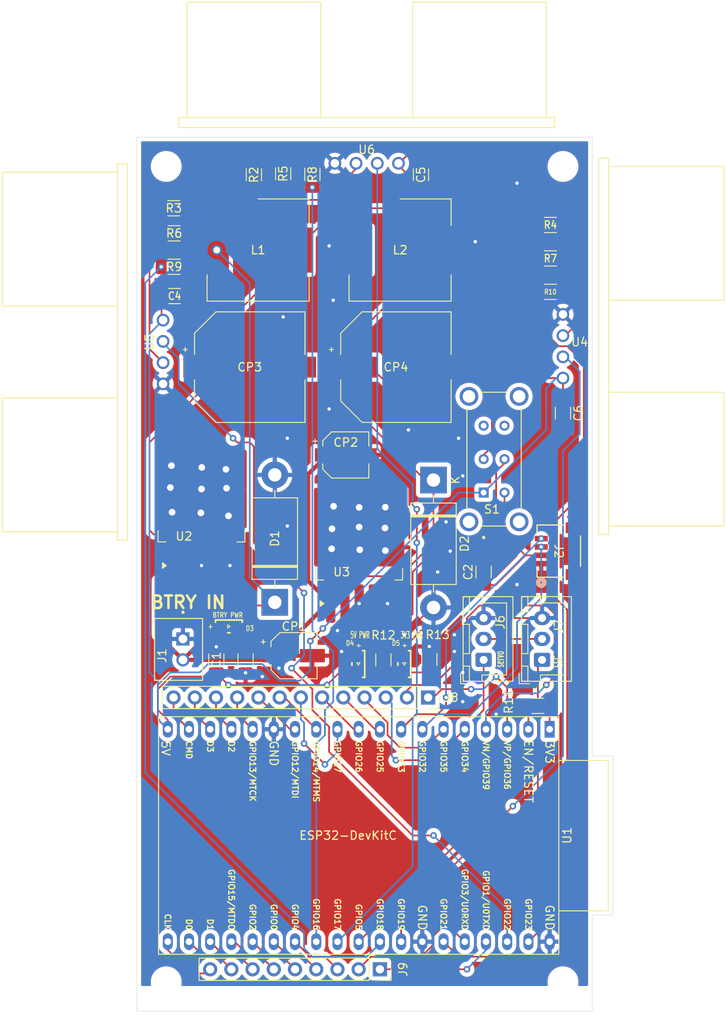
<source format=kicad_pcb>
(kicad_pcb (version 20240108) (generator "pcbnew") (generator_version "8.0")
  (layers (0 "F.Cu" signal) (31 "B.Cu" signal) (34 "B.Paste" user) (35 "F.Paste" user) (36 "B.SilkS" user "B.Silkscreen") (37 "F.SilkS" user "F.Silkscreen") (38 "B.Mask" user) (39 "F.Mask" user) (44 "Edge.Cuts" user))
  (net 0 "")
  (net 1 "GND")
  (net 2 "5V")
  (net 3 "3V3")
  (net 4 "BTRY")
  (net 5 "5V0")
  (net 6 "3V30")
  (net 7 "Net-(D1-K)")
  (net 8 "Net-(D2-K)")
  (net 9 "Net-(D3-Pad1)")
  (net 10 "Net-(D4-Pad1)")
  (net 11 "Net-(D5-Pad1)")
  (net 12 "SDA")
  (net 13 "SCL")
  (net 14 "Net-(U6-ECHO)")
  (net 15 "TF")
  (net 16 "Net-(U5-ECHO)")
  (net 17 "TL")
  (net 18 "Net-(U4-ECHO)")
  (net 19 "TR")
  (net 20 "Net-(J6-Pin_1)")
  (net 21 "Net-(J6-Pin_2)")
  (net 22 "Net-(J7-Pin_1)")
  (net 23 "Net-(J8-Pin_7)")
  (net 24 "Net-(J8-Pin_3)")
  (net 25 "Net-(J8-Pin_1)")
  (net 26 "Net-(J8-Pin_2)")
  (net 27 "Net-(J8-Pin_6)")
  (net 28 "Net-(J8-Pin_5)")
  (net 29 "Net-(J8-Pin_4)")
  (net 30 "Net-(J8-Pin_8)")
  (net 31 "Net-(J9-Pin_7)")
  (net 32 "Net-(J9-Pin_2)")
  (net 33 "Net-(J9-Pin_9)")
  (net 34 "Net-(J9-Pin_1)")
  (net 35 "Net-(J9-Pin_6)")
  (net 36 "Net-(J9-Pin_3)")
  (net 37 "Net-(J9-Pin_8)")
  (net 38 "Net-(J9-Pin_4)")
  (net 39 "Net-(J9-Pin_5)")
  (net 40 "EF")
  (net 41 "EL")
  (net 42 "ER")
  (net 43 "Net-(U1-CHIP_PU)")
  (net 44 "Net-(U1-3V3)")
  (net 47 "Net-(J8-Pin_13)")
  (net 48 "Net-(J8-Pin_11)")
  (net 49 "Net-(J8-Pin_10)")
  (net 50 "Net-(J8-Pin_12)")
  (net 51 "Net-(J8-Pin_9)")
  (footprint "Resistor_SMD:R_1206_3216Metric_Pad1.30x1.75mm_HandSolder" (layer "F.Cu") (at 148 65.5)
    (property "Reference" "R7")
    (property "Value" "1k")
  )
  (footprint "WurthE:CP_Wurth_WCAP-ASLI-D12.5L14" (layer "F.Cu") (at 129.5 78.5)
    (property "Reference" "CP4")
    (property "Value" "1mF")
  )
  (footprint "Package_TO_SOT_SMD:TO-263-5_TabPin3" (layer "F.Cu") (at 106.225 94.575 90)
    (property "Reference" "U2")
    (property "Value" "LM2576HVS-5")
  )
  (footprint "Resistor_SMD:R_1206_3216Metric_Pad1.30x1.75mm_HandSolder" (layer "F.Cu") (at 148 69.5)
    (property "Reference" "R10")
    (property "Value" "10k")
  )
  (footprint "WurthE:CP_Wurth_WCAP-ASLI-D12.5L14" (layer "F.Cu") (at 112 78.5)
    (property "Reference" "CP3")
    (property "Value" "1mF")
  )
  (footprint "switch_eg2201_dpdt:SW_EG2201B" (layer "F.Cu") (at 141.25 89.5 90)
    (property "Reference" "S1")
    (property "Value" "EG2201B")
  )
  (footprint "WE-PD:L_Wurth_WE-PD-1245" (layer "F.Cu") (at 130 64.5)
    (property "Reference" "L2")
    (property "Value" "100uH")
  )
  (footprint "Capacitor_SMD:C_1206_3216Metric_Pad1.33x1.80mm_HandSolder" (layer "F.Cu") (at 103 70)
    (property "Reference" "C4")
    (property "Value" "0.1uF")
  )
  (footprint "jst_xh:JST_B2B-XH-A" (layer "F.Cu") (at 103.475 112.25 90)
    (property "Reference" "J1")
    (property "Value" "BTRY IN")
  )
  (footprint "wurth_led:WL-SMSW_3014_LED" (layer "F.Cu") (at 125 114 90)
    (property "Reference" "D4")
    (property "Value" "5V PWR")
  )
  (footprint "MountingHole:MountingHole_3.2mm_M3" (layer "F.Cu") (at 149.5 152)
    (property "Reference" "REF**" (hide yes))
    (property "Value" "MountingHole_3.2mm_M3")
  )
  (footprint "sonar:XCVR_HC-SR04" (layer "F.Cu") (at 126 54.125 180)
    (property "Reference" "U6")
    (property "Value" "HC-SR04 FRONT")
  )
  (footprint "PCM_Espressif:ESP32-DevKitC" (layer "F.Cu") (at 147.90344 121.8 -90)
    (property "Reference" "U1")
    (property "Value" "ESP32-DevKitC")
  )
  (footprint "Diode_THT:D_DO-201AD_P15.24mm_Horizontal" (layer "F.Cu") (at 134 92 -90)
    (property "Reference" "D2")
    (property "Value" "1N5822")
  )
  (footprint "Capacitor_SMD:C_1206_3216Metric_Pad1.33x1.80mm_HandSolder" (layer "F.Cu") (at 149.5 84 -90)
    (property "Reference" "C6")
    (property "Value" "0.1uF")
  )
  (footprint "Connector_JST:JST_XH_B3B-XH-A_1x03_P2.50mm_Vertical" (layer "F.Cu") (at 147 113.5 90)
    (property "Reference" "J7")
    (property "Value" "ESC")
  )
  (footprint "sonar:XCVR_HC-SR04" (layer "F.Cu") (at 101.625 76.69 -90)
    (property "Reference" "U5")
    (property "Value" "HC-SR04 LEFT")
  )
  (footprint "WurthE:CP_Wurth_WCAP-PSLP-D5L5.5" (layer "F.Cu") (at 123.5 89)
    (property "Reference" "CP2")
    (property "Value" "100uF")
  )
  (footprint "Resistor_SMD:R_1206_3216Metric_Pad1.30x1.75mm_HandSolder" (layer "F.Cu") (at 146.5 119 180)
    (property "Reference" "R11")
    (property "Value" "10k")
  )
  (footprint "Connector_PinSocket_2.54mm:PinSocket_1x09_P2.54mm_Vertical" (layer "F.Cu") (at 127.58 150.5 -90)
    (property "Reference" "J9")
    (property "Value" "Breakout2")
  )
  (footprint "Resistor_SMD:R_1206_3216Metric_Pad1.30x1.75mm_HandSolder" (layer "F.Cu") (at 119.5 55.45 90)
    (property "Reference" "R8")
    (property "Value" "10k")
  )
  (footprint "Capacitor_SMD:C_1206_3216Metric_Pad1.33x1.80mm_HandSolder" (layer "F.Cu") (at 108 113.5 90)
    (property "Reference" "C1")
    (property "Value" "0.1uF")
  )
  (footprint "Resistor_SMD:R_1206_3216Metric_Pad1.30x1.75mm_HandSolder" (layer "F.Cu") (at 111.5 113.5 -90)
    (property "Reference" "R1" (hide yes))
    (property "Value" "300")
  )
  (footprint "Package_TO_SOT_SMD:TO-263-5_TabPin3" (layer "F.Cu") (at 125.1 99.125 90)
    (property "Reference" "U3")
    (property "Value" "LM2576HVS-3.3")
  )
  (footprint "MountingHole:MountingHole_3.2mm_M3" (layer "F.Cu") (at 102 152)
    (property "Reference" "REF**" (hide yes))
    (property "Value" "MountingHole_3.2mm_M3")
  )
  (footprint "Connector_PinSocket_2.54mm:PinSocket_1x13_P2.54mm_Vertical" (layer "F.Cu") (at 133.36 118 -90)
    (property "Reference" "J8")
    (property "Value" "Breakout1")
  )
  (footprint "Resistor_SMD:R_1206_3216Metric_Pad1.30x1.75mm_HandSolder" (layer "F.Cu") (at 116 55.37 90)
    (property "Reference" "R5")
    (property "Value" "1k")
  )
  (footprint "Resistor_SMD:R_1206_3216Metric_Pad1.30x1.75mm_HandSolder" (layer "F.Cu") (at 112.5 55.5 90)
    (property "Reference" "R2")
    (property "Value" "2k")
  )
  (footprint "Resistor_SMD:R_1206_3216Metric_Pad1.30x1.75mm_HandSolder" (layer "F.Cu") (at 128 113.5 90)
    (property "Reference" "R12")
    (property "Value" "150")
  )
  (footprint "Capacitor_SMD:C_1206_3216Metric_Pad1.33x1.80mm_HandSolder" (layer "F.Cu") (at 140 103 90)
    (property "Reference" "C2")
    (property "Value" "0.1uF")
  )
  (footprint "MountingHole:MountingHole_3.2mm_M3" (layer "F.Cu") (at 149.5 54.5)
    (property "Reference" "REF**" (hide yes))
    (property "Value" "MountingHole_3.2mm_M3")
  )
  (footprint "Capacitor_SMD:C_1206_3216Metric_Pad1.33x1.80mm_HandSolder" (layer "F.Cu") (at 132.5 55.5 90)
    (property "Reference" "C5")
    (property "Value" "0.1uF")
  )
  (footprint "wurth_led:WL-SMSW_3014_LED" (layer "F.Cu") (at 130.5 114 90)
    (property "Reference" "D5")
    (property "Value" "3V3 PWR")
  )
  (footprint "quiic_jst:CONN_SM04B-SRSS-TB_JST" (layer "F.Cu") (at 149 100.5 -90)
    (property "Reference" "J2")
    (property "Value" "QUIIC")
  )
  (footprint "Resistor_SMD:R_1206_3216Metric_Pad1.30x1.75mm_HandSolder" (layer "F.Cu") (at 133.5 113.45 90)
    (property "Reference" "R13")
    (property "Value" "68")
  )
  (footprint "Resistor_SMD:R_1206_3216Metric_Pad1.30x1.75mm_HandSolder" (layer "F.Cu") (at 102.95 62.5)
    (property "Reference" "R6")
    (property "Value" "1k")
  )
  (footprint "WE-PD:L_Wurth_WE-PD-1245" (layer "F.Cu") (at 113 64.5)
    (property "Reference" "L1")
    (property "Value" "100uH")
  )
  (footprint "Resistor_SMD:R_1206_3216Metric_Pad1.30x1.75mm_HandSolder" (layer "F.Cu") (at 102.9 59.5)
    (property "Reference" "R3")
    (property "Value" "2k")
  )
  (footprint "Resistor_SMD:R_1206_3216Metric_Pad1.30x1.75mm_HandSolder" (layer "F.Cu") (at 148 61.5)
    (property "Reference" "R4")
    (property "Value" "2k")
  )
  (footprint "wurth_led:WL-SMSW_3014_LED" (layer "F.Cu") (at 109.5 109.5 180)
    (property "Reference" "D3")
    (property "Value" "BTRY PWR")
  )
  (footprint "MountingHole:MountingHole_3.2mm_M3" (layer "F.Cu") (at 102 54.5)
    (property "Reference" "REF**" (hide yes))
    (property "Value" "MountingHole_3.2mm_M3")
  )
  (footprint "Connector_JST:JST_XH_B3B-XH-A_1x03_P2.50mm_Vertical" (layer "F.Cu") (at 140 113.5 90)
    (property "Reference" "J6")
    (property "Value" "Servo")
  )
  (footprint "Resistor_SMD:R_1206_3216Metric_Pad1.30x1.75mm_HandSolder" (layer "F.Cu") (at 102.95 66.5)
    (property "Reference" "R9")
    (property "Value" "10k")
  )
  (footprint "Diode_THT:D_DO-201AD_P15.24mm_Horizontal" (layer "F.Cu") (at 115 106.62 90)
    (property "Reference" "D1")
    (property "Value" "1N5822")
  )
  (footprint "sonar:XCVR_HC-SR04" (layer "F.Cu") (at 149.5 76 90)
    (property "Reference" "U4")
    (property "Value" "HC-SR04 RIGHT")
  )
  (footprint "WurthE:CP_Wurth_WCAP-PSLP-D5L5.5" (layer "F.Cu") (at 117.3 113)
    (property "Reference" "CP1")
    (property "Value" "100uF")
  )
  (gr_line (start 98.5 51) (end 98.5 153.5) (stroke (width 0.05)) (layer "Edge.Cuts"))
  (gr_line (start 153 125) (end 153 51) (stroke (width 0.05)) (layer "Edge.Cuts"))
  (gr_line (start 98.5 153.5) (end 98.5 155.5) (stroke (width 0.05)) (layer "Edge.Cuts"))
  (gr_line (start 155.5 125) (end 155.5 144) (stroke (width 0.05)) (layer "Edge.Cuts"))
  (gr_line (start 153 144) (end 153 153.5) (stroke (width 0.05)) (layer "Edge.Cuts"))
  (gr_line (start 153 125) (end 155.5 125) (stroke (width 0.05)) (layer "Edge.Cuts"))
  (gr_line (start 153 153.5) (end 153 155.5) (stroke (width 0.05)) (layer "Edge.Cuts"))
  (gr_line (start 155.5 144) (end 153 144) (stroke (width 0.05)) (layer "Edge.Cuts"))
  (gr_line (start 153 155.5) (end 98.5 155.5) (stroke (width 0.05)) (layer "Edge.Cuts"))
  (gr_line (start 153 51) (end 98.5 51) (stroke (width 0.05)) (layer "Edge.Cuts"))
  (gr_text "ESC" (at 149.5 114.5 90) (layer "F.SilkS") (effects (font (size 1 0.5) (thickness 0.125) (bold yes)) (justify left bottom)))
  (gr_text "5V PWR" (at 124 111 0) (layer "F.SilkS") (effects (font (size 0.8 0.4) (thickness 0.1) (bold yes)) (justify left bottom)))
  (gr_text "servo" (at 142.5 114.5 90) (layer "F.SilkS") (effects (font (size 1 0.5) (thickness 0.125) (bold yes)) (justify left bottom)))
  (gr_text "BTRY PWR" (at 107.5 108.5 0) (layer "F.SilkS") (effects (font (size 0.6 0.48) (thickness 0.1)) (justify left bottom)))
  (gr_text "BTRY IN" (at 100 107.5 0) (layer "F.SilkS") (effects (font (size 1.5 1.5) (thickness 0.3) (bold yes)) (justify left bottom)))
  (gr_text "3V3 PWR" (at 130 111 0) (layer "F.SilkS") (effects (font (size 0.8 0.4) (thickness 0.1) (bold yes)) (justify left bottom)))
  (segment (start 134 107.24) (end 133.76 107.24) (width 0.2) (layer "F.Cu") (net 1))
  (segment (start 133.76 107.24) (end 130.5 110.5) (width 0.2) (layer "F.Cu") (net 1))
  (segment (start 140 108.5) (end 147 108.5) (width 0.2) (layer "F.Cu") (net 1))
  (via (at 116 72.5) (size 0.8) (drill 0.4) (layers "F.Cu" "B.Cu") (net 1))
  (via (at 128.193638 97.737458) (size 1.2) (drill 0.8) (layers "F.Cu" "B.Cu") (net 1))
  (via (at 106.25889 90.489621) (size 1.2) (drill 0.8) (layers "F.Cu" "B.Cu") (net 1))
  (via (at 128.231885 100.433883) (size 1.2) (drill 0.8) (layers "F.Cu" "B.Cu") (net 1))
  (via (at 106.144149 95.920718) (size 1.2) (drill 0.8) (layers "F.Cu" "B.Cu") (net 1))
  (via (at 137.5 115) (size 0.8) (drill 0.4) (layers "F.Cu" "B.Cu") (net 1))
  (via (at 108 111.9375) (size 0.8) (drill 0.4) (layers "F.Cu" "B.Cu") (net 1))
  (via (at 121.806361 100.223524) (size 1.2) (drill 0.8) (layers "F.Cu" "B.Cu") (net 1))
  (via (at 131 86) (size 0.8) (drill 0.4) (layers "F.Cu" "B.Cu") (net 1))
  (via (at 128.231885 95.251393) (size 1.2) (drill 0.8) (layers "F.Cu" "B.Cu") (net 1))
  (via (at 137.5 118.5) (size 0.8) (drill 0.4) (layers "F.Cu" "B.Cu") (net 1))
  (via (at 122.035844 95.136651) (size 1.2) (drill 0.8) (layers "F.Cu" "B.Cu") (net 1))
  (via (at 123 112.5) (size 0.8) (drill 0.4) (layers "F.Cu" "B.Cu") (net 1))
  (via (at 106.225 93.075) (size 1.2) (drill 0.8) (layers "F.Cu" "B.Cu") (net 1))
  (via (at 141.5 120) (size 0.8) (drill 0.4) (layers "F.Cu" "B.Cu") (net 1))
  (via (at 137 87) (size 0.8) (drill 0.4) (layers "F.Cu" "B.Cu") (net 1))
  (via (at 116.5 87) (size 0.8) (drill 0.4) (layers "F.Cu" "B.Cu") (net 1))
  (via (at 144 56.5) (size 0.8) (drill 0.4) (layers "F.Cu" "B.Cu") (net 1))
  (via (at 115.5 114.5) (size 0.8) (drill 0.4) (layers "F.Cu" "B.Cu") (net 1))
  (via (at 106.225 102.225) (size 0.8) (drill 0.4) (layers "F.Cu" "B.Cu") (net 1))
  (via (at 125.1 97.625) (size 1.2) (drill 0.8) (layers "F.Cu" "B.Cu") (net 1))
  (via (at 121.5 64) (size 0.8) (drill 0.4) (layers "F.Cu" "B.Cu") (net 1))
  (via (at 122 70.5) (size 0.8) (drill 0.4) (layers "F.Cu" "B.Cu") (net 1))
  (via (at 102.491545 92.899192) (size 1.2) (drill 0.8) (layers "F.Cu" "B.Cu") (net 1))
  (via (at 135.5 97) (size 0.8) (drill 0.4) (layers "F.Cu" "B.Cu") (net 1))
  (via (at 116.5 97.5) (size 0.8) (drill 0.4) (layers "F.Cu" "B.Cu") (net 1))
  (via (at 122.5 110) (size 0.8) (drill 0.4) (layers "F.Cu" "B.Cu") (net 1))
  (via (at 109.625 102.225) (size 0.8) (drill 0.4) (layers "F.Cu" "B.Cu") (net 1))
  (via (at 136.5 112.5) (size 0.8) (drill 0.4) (layers "F.Cu" "B.Cu") (net 1))
  (via (at 125.1 106.775) (size 0.8) (drill 0.4) (layers "F.Cu" "B.Cu") (net 1))
  (via (at 134.5 103) (size 0.8) (drill 0.4) (layers "F.Cu" "B.Cu") (net 1))
  (via (at 133.5 111.9) (size 0.8) (drill 0.4) (layers "F.Cu" "B.Cu") (net 1))
  (via (at 121.5 83.5) (size 0.8) (drill 0.4) (layers "F.Cu" "B.Cu") (net 1))
  (via (at 113.5 115.5) (size 0.8) (drill 0.4) (layers "F.Cu" "B.Cu") (net 1))
  (via (at 137.5 91.5) (size 0.8) (drill 0.4) (layers "F.Cu" "B.Cu") (net 1))
  (via (at 130.5 110.5) (size 0.8) (drill 0.4) (layers "F.Cu" "B.Cu") (net 1))
  (via (at 136 100.5) (size 0.8) (drill 0.4) (layers "F.Cu" "B.Cu") (net 1))
  (via (at 102.701904 95.844224) (size 1.2) (drill 0.8) (layers "F.Cu" "B.Cu") (net 1))
  (via (at 139 63.5) (size 0.8) (drill 0.4) (layers "F.Cu" "B.Cu") (net 1))
  (via (at 102.62541 90.279262) (size 1.2) (drill 0.8) (layers "F.Cu" "B.Cu") (net 1))
  (via (at 109.452528 96.284066) (size 1.2) (drill 0.8) (layers "F.Cu" "B.Cu") (net 1))
  (via (at 109.146551 90.719104) (size 1.2) (drill 0.8) (layers "F.Cu" "B.Cu") (net 1))
  (via (at 144 104.5) (size 0.8) (drill 0.4) (layers "F.Cu" "B.Cu") (net 1))
  (via (at 128.5 106.775) (size 0.8) (drill 0.4) (layers "F.Cu" "B.Cu") (net 1))
  (via (at 125.172112 100.338266) (size 1.2) (drill 0.8) (layers "F.Cu" "B.Cu") (net 1))
  (via (at 109.223045 92.975687) (size 1.2) (drill 0.8) (layers "F.Cu" "B.Cu") (net 1))
  (via (at 125.095617 95.270517) (size 1.2) (drill 0.8) (layers "F.Cu" "B.Cu") (net 1))
  (via (at 136.5 110.5) (size 0.8) (drill 0.4) (layers "F.Cu" "B.Cu") (net 1))
  (via (at 121.844609 97.833076) (size 1.2) (drill 0.8) (layers "F.Cu" "B.Cu") (net 1))
  (via (at 111.5 115.05) (size 0.8) (drill 0.4) (layers "F.Cu" "B.Cu") (net 1))
  (segment (start 106.225 102.225) (end 106.225 110.1625) (width 0.2) (layer "B.Cu") (net 1))
  (segment (start 106.225 110.1625) (end 108 111.9375) (width 0.2) (layer "B.Cu") (net 1))
  (segment (start 139 63.5) (end 139 61.5) (width 0.2) (layer "B.Cu") (net 1))
  (segment (start 131 86) (end 136 86) (width 0.2) (layer "B.Cu") (net 1))
  (segment (start 139 61.5) (end 144 56.5) (width 0.2) (layer "B.Cu") (net 1))
  (segment (start 136 86) (end 137 87) (width 0.2) (layer "B.Cu") (net 1))
  (segment (start 145 63.5) (end 145 77) (width 0.2) (layer "F.Cu") (net 2))
  (segment (start 129.875 54.125) (end 131.5 52.5) (width 0.2) (layer "F.Cu") (net 2))
  (segment (start 101.4375 70) (end 101.4375 72.6925) (width 0.2) (layer "F.Cu") (net 2))
  (segment (start 129.81 54.125) (end 129.81 54.3725) (width 0.2) (layer "F.Cu") (net 2))
  (segment (start 147.81 79.81) (end 149.5 79.81) (width 0.2) (layer "F.Cu") (net 2))
  (segment (start 119.25 111.25) (end 120.75 109.75) (width 0.2) (layer "F.Cu") (net 2))
  (segment (start 101 117) (end 102.5 115.5) (width 0.2) (layer "F.Cu") (net 2))
  (segment (start 101 119.5) (end 101 117) (width 0.2) (layer "F.Cu") (net 2))
  (segment (start 102.18344 121.8) (end 102.18344 120.68344) (width 0.2) (layer "F.Cu") (net 2))
  (segment (start 101.4375 72.6925) (end 101.625 72.88) (width 0.2) (layer "F.Cu") (net 2))
  (segment (start 102.5 115.5) (end 107.5625 115.5) (width 0.2) (layer "F.Cu") (net 2))
  (segment (start 108 115.0625) (end 109.4375 116.5) (width 0.2) (layer "F.Cu") (net 2))
  (segment (start 145 77) (end 147.81 79.81) (width 0.2) (layer "F.Cu") (net 2))
  (segment (start 129.81 54.125) (end 129.875 54.125) (width 0.2) (layer "F.Cu") (net 2))
  (segment (start 149.5 79.81) (end 149.5 82.4375) (width 0.2) (layer "F.Cu") (net 2))
  (segment (start 107.5625 115.5) (end 108 115.0625) (width 0.2) (layer "F.Cu") (net 2))
  (segment (start 131.5 52.5) (end 134 52.5) (width 0.2) (layer "F.Cu") (net 2))
  (segment (start 134 52.5) (end 145 63.5) (width 0.2) (layer "F.Cu") (net 2))
  (segment (start 121.255 116.5) (end 124.76 112.995) (width 0.2) (layer "F.Cu") (net 2))
  (segment (start 129.81 54.3725) (end 132.5 57.0625) (width 0.2) (layer "F.Cu") (net 2))
  (segment (start 102.18344 120.68344) (end 101 119.5) (width 0.2) (layer "F.Cu") (net 2))
  (via (at 120.75 109.75) (size 0.8) (drill 0.4) (layers "F.Cu" "B.Cu") (net 2))
  (via (at 109.4375 116.5) (size 0.8) (drill 0.4) (layers "F.Cu" "B.Cu") (net 2))
  (via (at 121.255 116.5) (size 0.8) (drill 0.4) (layers "F.Cu" "B.Cu") (net 2))
  (via (at 119.25 111.25) (size 0.8) (drill 0.4) (layers "F.Cu" "B.Cu") (net 2))
  (segment (start 113.5 114) (end 115.5 116) (width 0.2) (layer "B.Cu") (net 2))
  (segment (start 119.25 114.75) (end 119.25 111.25) (width 0.2) (layer "B.Cu") (net 2))
  (segment (start 147.5 86) (end 147.5 81) (width 0.2) (layer "B.Cu") (net 2))
  (segment (start 100 115) (end 101 116) (width 0.2) (layer "B.Cu") (net 2))
  (segment (start 148.69 79.81) (end 149.5 79.81) (width 0.2) (layer "B.Cu") (net 2))
  (segment (start 115.5 116) (end 118 116) (width 0.2) (layer "B.Cu") (net 2))
  (segment (start 140 93.5) (end 147.5 86) (width 0.2) (layer "B.Cu") (net 2))
  (segment (start 106 115) (end 107 114) (width 0.2) (layer "B.Cu") (net 2))
  (segment (start 100 74.505) (end 100 115) (width 0.2) (layer "B.Cu") (net 2))
  (segment (start 101 120.61656) (end 101 116.5) (width 0.2) (layer "B.Cu") (net 2))
  (segment (start 102.18344 121.8) (end 101 120.61656) (width 0.2) (layer "B.Cu") (net 2))
  (segment (start 147.5 81) (end 148.69 79.81) (width 0.2) (layer "B.Cu") (net 2))
  (segment (start 107 114) (end 113.5 114) (width 0.2) (layer "B.Cu") (net 2))
  (segment (start 102.5 115) (end 106 115) (width 0.2) (layer "B.Cu") (net 2))
  (segment (start 109.4375 116.5) (end 121.255 116.5) (width 0.2) (layer "B.Cu") (net 2))
  (segment (start 118 116) (end 119.25 114.75) (width 0.2) (layer "B.Cu") (net 2))
  (segment (start 137 93.5) (end 140 93.5) (width 0.2) (layer "B.Cu") (net 2))
  (segment (start 120.75 109.75) (end 137 93.5) (width 0.2) (layer "B.Cu") (net 2))
  (segment (start 101 116) (end 101 116.5) (width 0.2) (layer "B.Cu") (net 2))
  (segment (start 101 116.5) (end 102.5 115) (width 0.2) (layer "B.Cu") (net 2))
  (segment (start 101.625 72.88) (end 100 74.505) (width 0.2) (layer "B.Cu") (net 2))
  (segment (start 130.26 112.995) (end 130.26 112.24) (width 0.2) (layer "F.Cu") (net 3))
  (segment (start 130.26 112.24) (end 132.5 110) (width 0.2) (layer "F.Cu") (net 3))
  (segment (start 145 101) (end 144.999999 100.999999) (width 0.2) (layer "F.Cu") (net 3))
  (segment (start 144.999999 100.999999) (end 146.9015 100.999999) (width 0.2) (layer "F.Cu") (net 3))
  (segment (start 140 104.5625) (end 141.4375 104.5625) (width 0.2) (layer "F.Cu") (net 3))
  (segment (start 142.5 93.5) (end 142.5 98.5) (width 0.2) (layer "F.Cu") (net 3))
  (segment (start 142.5 98.5) (end 145 101) (width 0.2) (layer "F.Cu") (net 3))
  (segment (start 132.5 110) (end 134.5625 110) (width 0.2) (layer "F.Cu") (net 3))
  (segment (start 141.4375 104.5625) (end 145 101) (width 0.2) (layer "F.Cu") (net 3))
  (segment (start 134.5625 110) (end 140 104.5625) (width 0.2) (layer "F.Cu") (net 3))
  (segment (start 119 91.3) (end 119 104.075) (width 0.5) (layer "F.Cu") (net 4))
  (segment (start 121.7 106.775) (end 121.325 106.775) (width 0.5) (layer "F.Cu") (net 4))
  (segment (start 104 113.5) (end 107.76 109.74) (width 0.5) (layer "F.Cu") (net 4))
  (segment (start 114.6 113.5) (end 115.1 113) (width 0.5) (layer "F.Cu") (net 4))
  (segment (start 101 110.5) (end 101 104.05) (width 0.5) (layer "F.Cu") (net 4))
  (segment (start 121.325 106.775) (end 115.1 113) (width 0.5) (layer "F.Cu") (net 4))
  (segment (start 104 113.5) (end 114.6 113.5) (width 0.5) (layer "F.Cu") (net 4))
  (segment (start 104 113.5) (end 101 110.5) (width 0.5) (layer "F.Cu") (net 4))
  (segment (start 121.3 89) (end 119 91.3) (width 0.5) (layer "F.Cu") (net 4))
  (segment (start 107.76 109.74) (end 108.495 109.74) (width 0.5) (layer "F.Cu") (net 4))
  (segment (start 119 104.075) (end 121.7 106.775) (width 0.5) (layer "F.Cu") (net 4))
  (segment (start 101 104.05) (end 102.825 102.225) (width 0.5) (layer "F.Cu") (net 4))
  (segment (start 138.5 59.5) (end 141 62) (width 0.2) (layer "F.Cu") (net 5))
  (segment (start 100 98) (end 100.5 98.5) (width 0.2) (layer "F.Cu") (net 5))
  (segment (start 100 87.5) (end 100 98) (width 0.2) (layer "F.Cu") (net 5))
  (segment (start 106.95 78.5) (end 106.95 80.55) (width 0.2) (layer "F.Cu") (net 5))
  (segment (start 141 62) (end 141 88) (width 0.2) (layer "F.Cu") (net 5))
  (segment (start 117.95 64.05) (end 122.5 59.5) (width 0.2) (layer "F.Cu") (net 5))
  (segment (start 106.95 78.5) (end 106.95 75.5) (width 0.2) (layer "F.Cu") (net 5))
  (segment (start 106.95 75.5) (end 117.95 64.5) (width 0.2) (layer "F.Cu") (net 5))
  (segment (start 122.5 59.5) (end 138.5 59.5) (width 0.2) (layer "F.Cu") (net 5))
  (segment (start 106.95 80.55) (end 100 87.5) (width 0.2) (layer "F.Cu") (net 5))
  (segment (start 107.925 99.075) (end 107.925 102.225) (width 0.2) (layer "F.Cu") (net 5))
  (segment (start 141 88) (end 140 89) (width 0.2) (layer "F.Cu") (net 5))
  (segment (start 117.95 64.5) (end 117.95 64.05) (width 0.2) (layer "F.Cu") (net 5))
  (segment (start 108 99) (end 107.925 99.075) (width 0.2) (layer "F.Cu") (net 5))
  (segment (start 107.5 98.5) (end 108 99) (width 0.2) (layer "F.Cu") (net 5))
  (segment (start 100.5 98.5) (end 107.5 98.5) (width 0.2) (layer "F.Cu") (net 5))
  (segment (start 140 89) (end 140 89.5) (width 0.2) (layer "F.Cu") (net 5))
  (segment (start 141.5 91) (end 142.5 90) (width 0.2) (layer "F.Cu") (net 6))
  (segment (start 131.5 108) (end 131.5 103) (width 0.2) (layer "F.Cu") (net 6))
  (segment (start 135.5 99) (end 139.5 99) (width 0.2) (layer "F.Cu") (net 6))
  (segment (start 139 91) (end 141.5 91) (width 0.2) (layer "F.Cu") (net 6))
  (segment (start 126.8 106.775) (end 126.8 108.8) (width 0.2) (layer "F.Cu") (net 6))
  (segment (start 126.8 108.8) (end 128 110) (width 0.2) (layer "F.Cu") (net 6))
  (segment (start 129.5 110) (end 131.5 108) (width 0.2) (layer "F.Cu") (net 6))
  (segment (start 141.5 97) (end 141.5 91) (width 0.2) (layer "F.Cu") (net 6))
  (segment (start 124.45 75) (end 134.95 64.5) (width 0.2) (layer "F.Cu") (net 6))
  (segment (start 126.5 78.5) (end 139 91) (width 0.2) (layer "F.Cu") (net 6))
  (segment (start 124.45 78.5) (end 124.45 75) (width 0.2) (layer "F.Cu") (net 6))
  (segment (start 128 110) (end 129.5 110) (width 0.2) (layer "F.Cu") (net 6))
  (segment (start 139.5 99) (end 141.5 97) (width 0.2) (layer "F.Cu") (net 6))
  (segment (start 131.5 103) (end 135.5 99) (width 0.2) (layer "F.Cu") (net 6))
  (segment (start 142.5 90) (end 142.5 89.5) (width 0.2) (layer "F.Cu") (net 6))
  (segment (start 124.45 78.5) (end 126.5 78.5) (width 0.2) (layer "F.Cu") (net 6))
  (segment (start 106.5 107) (end 114.62 107) (width 0.2) (layer "F.Cu") (net 7))
  (segment (start 104.525 102.225) (end 104.525 105.025) (width 0.2) (layer "F.Cu") (net 7))
  (segment (start 114.62 107) (end 115 106.62) (width 0.2) (layer "F.Cu") (net 7))
  (segment (start 104.525 105.025) (end 106.5 107) (width 0.2) (layer "F.Cu") (net 7))
  (via (at 108.05 64.5) (size 1.2) (drill 0.8) (layers "F.Cu" "B.Cu") (net 7))
  (segment (start 108.05 64.5) (end 112 68.45) (width 0.2) (layer "B.Cu") (net 7))
  (segment (start 112 68.45) (end 112 103.62) (width 0.2) (layer "B.Cu") (net 7))
  (segment (start 112 103.62) (end 115 106.62) (width 0.2) (layer "B.Cu") (net 7))
  (segment (start 125.05 64.5) (end 125.05 72.95) (width 0.2) (layer "F.Cu") (net 8))
  (segment (start 124.5 103.5) (end 130 103.5) (width 0.2) (layer "F.Cu") (net 8))
  (segment (start 133 92) (end 134 92) (width 0.2) (layer "F.Cu") (net 8))
  (segment (start 125.05 72.95) (end 121 77) (width 0.2) (layer "F.Cu") (net 8))
  (segment (start 121 80) (end 133 92) (width 0.2) (layer "F.Cu") (net 8))
  (segment (start 130 103.5) (end 134 99.5) (width 0.2) (layer "F.Cu") (net 8))
  (segment (start 121 77) (end 121 80) (width 0.2) (layer "F.Cu") (net 8))
  (segment (start 123.4 106.775) (end 123.4 104.6) (width 0.2) (layer "F.Cu") (net 8))
  (segment (start 134 99.5) (end 134 92) (width 0.2) (layer "F.Cu") (net 8))
  (segment (start 123.4 104.6) (end 124.5 103.5) (width 0.2) (layer "F.Cu") (net 8))
  (segment (start 110.505 110.955) (end 111.5 111.95) (width 0.2) (layer "F.Cu") (net 9))
  (segment (start 110.505 109.74) (end 110.505 110.955) (width 0.2) (layer "F.Cu") (net 9))
  (segment (start 127.955 115.005) (end 128 115.05) (width 0.2) (layer "F.Cu") (net 10))
  (segment (start 124.76 115.005) (end 127.955 115.005) (width 0.2) (layer "F.Cu") (net 10))
  (segment (start 133.495 115.005) (end 133.5 115) (width 0.2) (layer "F.Cu") (net 11))
  (segment (start 130.26 115.005) (end 133.495 115.005) (width 0.2) (layer "F.Cu") (net 11))
  (via (at 146.9015 100.000001) (size 0.8) (drill 0.4) (layers "F.Cu" "B.Cu") (net 12))
  (segment (start 144 114.5) (end 138.5 120) (width 0.2) (layer "B.Cu") (net 12))
  (segment (start 146.9015 106.0985) (end 144 109) (width 0.2) (layer "B.Cu") (net 12))
  (segment (start 144 109) (end 144 114.5) (width 0.2) (layer "B.Cu") (net 12))
  (segment (start 134.46344 120) (end 132.66344 121.8) (width 0.2) (layer "B.Cu") (net 12))
  (segment (start 146.9015 100.000001) (end 146.9015 106.0985) (width 0.2) (layer "B.Cu") (net 12))
  (segment (start 138.5 120) (end 134.46344 120) (width 0.2) (layer "B.Cu") (net 12))
  (segment (start 135.5 119) (end 135.5 118) (width 0.2) (layer "F.Cu") (net 13))
  (segment (start 134.5 120) (end 135.5 119) (width 0.2) (layer "F.Cu") (net 13))
  (segment (start 130.12344 121.8) (end 131.92344 120) (width 0.2) (layer "F.Cu") (net 13))
  (segment (start 131.92344 120) (end 134.5 120) (width 0.2) (layer "F.Cu") (net 13))
  (via (at 135.5 118) (size 0.8) (drill 0.4) (layers "F.Cu" "B.Cu") (net 13))
  (via (at 146.9015 99) (size 0.8) (drill 0.4) (layers "F.Cu" "B.Cu") (net 13))
  (segment (start 135.5 110.4015) (end 135.5 118) (width 0.2) (layer "B.Cu") (net 13))
  (segment (start 146.9015 99) (end 135.5 110.4015) (width 0.2) (layer "B.Cu") (net 13))
  (segment (start 117.58 58.5) (end 121 58.5) (width 0.2) (layer "F.Cu") (net 14))
  (segment (start 116 56.92) (end 117.58 58.5) (width 0.2) (layer "F.Cu") (net 14))
  (segment (start 121 58.5) (end 124.73 54.77) (width 0.2) (layer "F.Cu") (net 14))
  (segment (start 115.87 57.05) (end 116 56.92) (width 0.2) (layer "F.Cu") (net 14))
  (segment (start 124.73 54.77) (end 124.73 54.125) (width 0.2) (layer "F.Cu") (net 14))
  (segment (start 112.5 57.05) (end 115.87 57.05) (width 0.2) (layer "F.Cu") (net 14))
  (segment (start 132 95.5) (end 132 99.5) (width 0.2) (layer "F.Cu") (net 15))
  (via (at 132 99.5) (size 0.8) (drill 0.4) (layers "F.Cu" "B.Cu") (net 15))
  (via (at 132 95.5) (size 0.8) (drill 0.4) (layers "F.Cu" "B.Cu") (net 15))
  (segment (start 131.5 95) (end 132 95.5) (width 0.2) (layer "B.Cu") (net 15))
  (segment (start 127.27 54.125) (end 127.27 88.27) (width 0.2) (layer "B.Cu") (net 15))
  (segment (start 131.5 92.5) (end 131.5 95) (width 0.2) (layer "B.Cu") (net 15))
  (segment (start 131.5 120.5) (end 131.5 138.20344) (width 0.2) (layer "B.Cu") (net 15))
  (segment (start 131.5 138.20344) (end 122.50344 147.2) (width 0.2) (layer "B.Cu") (net 15))
  (segment (start 132 120) (end 131.5 120.5) (width 0.2) (layer "B.Cu") (net 15))
  (segment (start 132 99.5) (end 132 120) (width 0.2) (layer "B.Cu") (net 15))
  (segment (start 127.27 88.27) (end 131.5 92.5) (width 0.2) (layer "B.Cu") (net 15))
  (segment (start 100 64) (end 100 76.335) (width 0.2) (layer "F.Cu") (net 16))
  (segment (start 100 76.335) (end 101.625 77.96) (width 0.2) (layer "F.Cu") (net 16))
  (segment (start 101.4 62.6) (end 100 64) (width 0.2) (layer "F.Cu") (net 16))
  (segment (start 101.35 59.5) (end 101.35 62.45) (width 0.2) (layer "F.Cu") (net 16))
  (segment (start 101.35 62.45) (end 101.4 62.5) (width 0.2) (layer "F.Cu") (net 16))
  (segment (start 101.4 62.5) (end 101.4 62.6) (width 0.2) (layer "F.Cu") (net 16))
  (segment (start 110.5 87.5) (end 112 87.5) (width 0.2) (layer "F.Cu") (net 17))
  (segment (start 131.5 134.5) (end 134 134.5) (width 0.2) (layer "F.Cu") (net 17))
  (segment (start 112.5 99.5) (end 118.5 105.5) (width 0.2) (layer "F.Cu") (net 17))
  (segment (start 112.5 88) (end 112.5 99.5) (width 0.2) (layer "F.Cu") (net 17))
  (segment (start 117 114.5) (end 119.5 117) (width 0.2) (layer "F.Cu") (net 17))
  (segment (start 119.5 119.5) (end 121.5 121.5) (width 0.2) (layer "F.Cu") (net 17))
  (segment (start 119.5 117) (end 119.5 119.5) (width 0.2) (layer "F.Cu") (net 17))
  (segment (start 121.5 124.5) (end 131.5 134.5) (width 0.2) (layer "F.Cu") (net 17))
  (segment (start 121.5 121.5) (end 121.5 124.5) (width 0.2) (layer "F.Cu") (net 17))
  (segment (start 112 87.5) (end 112.5 88) (width 0.2) (layer "F.Cu") (net 17))
  (segment (start 110 87) (end 110.5 87.5) (width 0.2) (layer "F.Cu") (net 17))
  (via (at 134 134.5) (size 0.8) (drill 0.4) (layers "F.Cu" "B.Cu") (net 17))
  (via (at 110 87) (size 0.8) (drill 0.4) (layers "F.Cu" "B.Cu") (net 17))
  (via (at 117 114.5) (size 0.8) (drill 0.4) (layers "F.Cu" "B.Cu") (net 17))
  (via (at 118.5 105.5) (size 0.8) (drill 0.4) (layers "F.Cu" "B.Cu") (net 17))
  (segment (start 134 134.5) (end 142.82344 143.32344) (width 0.2) (layer "B.Cu") (net 17))
  (segment (start 101.625 75.625) (end 103.5 77.5) (width 0.2) (layer "B.Cu") (net 17))
  (segment (start 118.5 113) (end 117 114.5) (width 0.2) (layer "B.Cu") (net 17))
  (segment (start 103.5 77.5) (end 103.5 80.5) (width 0.2) (layer "B.Cu") (net 17))
  (segment (start 101.625 75.42) (end 101.625 75.625) (width 0.2) (layer "B.Cu") (net 17))
  (segment (start 103.5 80.5) (end 110 87) (width 0.2) (layer "B.Cu") (net 17))
  (segment (start 142.82344 143.32344) (end 142.82344 147.2) (width 0.2) (layer "B.Cu") (net 17))
  (segment (start 118.5 105.5) (end 118.5 113) (width 0.2) (layer "B.Cu") (net 17))
  (segment (start 146.45 61.5) (end 146.45 65.5) (width 0.2) (layer "F.Cu") (net 18))
  (segment (start 148.95 64) (end 150.5 64) (width 0.2) (layer "F.Cu") (net 18))
  (segment (start 150.5 64) (end 151 64.5) (width 0.2) (layer "F.Cu") (net 18))
  (segment (start 149.77 74.73) (end 149.5 74.73) (width 0.2) (layer "F.Cu") (net 18))
  (segment (start 146.45 61.5) (end 148.95 64) (width 0.2) (layer "F.Cu") (net 18))
  (segment (start 151 64.5) (end 151 73.5) (width 0.2) (layer "F.Cu") (net 18))
  (segment (start 151 73.5) (end 149.77 74.73) (width 0.2) (layer "F.Cu") (net 18))
  (segment (start 130.12344 147.2) (end 130.12344 144.37656) (width 0.2) (layer "F.Cu") (net 19))
  (segment (start 130.12344 144.37656) (end 143.5 131) (width 0.2) (layer "F.Cu") (net 19))
  (via (at 143.5 131) (size 0.8) (drill 0.4) (layers "F.Cu" "B.Cu") (net 19))
  (segment (start 149.5 125) (end 143.5 131) (width 0.2) (layer "B.Cu") (net 19))
  (segment (start 149.5 88.5) (end 149.5 125) (width 0.2) (layer "B.Cu") (net 19))
  (segment (start 151.5 79) (end 151.5 86.5) (width 0.2) (layer "B.Cu") (net 19))
  (segment (start 149.77 77.27) (end 151.5 79) (width 0.2) (layer "B.Cu") (net 19))
  (segment (start 149.5 77.27) (end 149.77 77.27) (width 0.2) (layer "B.Cu") (net 19))
  (segment (start 151.5 86.5) (end 149.5 88.5) (width 0.2) (layer "B.Cu") (net 19))
  (segment (start 139 120.5) (end 139 133.24344) (width 0.2) (layer "F.Cu") (net 20))
  (segment (start 139 133.24344) (end 125.04344 147.2) (width 0.2) (layer "F.Cu") (net 20))
  (segment (start 140 119.5) (end 139 120.5) (width 0.2) (layer "F.Cu") (net 20))
  (segment (start 140 113.5) (end 140 119.5) (width 0.2) (layer "F.Cu") (net 20))
  (segment (start 140 111) (end 147 111) (width 0.2) (layer "F.Cu") (net 21))
  (segment (start 147 113.5) (end 146.5 114) (width 0.2) (layer "F.Cu") (net 22))
  (segment (start 146.5 146.06344) (end 145.36344 147.2) (width 0.2) (layer "F.Cu") (net 22))
  (segment (start 146.5 114) (end 146.5 146.06344) (width 0.2) (layer "F.Cu") (net 22))
  (segment (start 118.5 123.5) (end 121 126) (width 0.2) (layer "F.Cu") (net 23))
  (via (at 118.5 123.5) (size 0.8) (drill 0.4) (layers "F.Cu" "B.Cu") (net 23))
  (via (at 121 126) (size 0.8) (drill 0.4) (layers "F.Cu" "B.Cu") (net 23))
  (segment (start 122.50344 124.49656) (end 122.50344 121.8) (width 0.2) (layer "B.Cu") (net 23))
  (segment (start 118.5 121) (end 118.5 123.5) (width 0.2) (layer "B.Cu") (net 23))
  (segment (start 118.12 120.62) (end 118.5 121) (width 0.2) (layer "B.Cu") (net 23))
  (segment (start 121 126) (end 122.50344 124.49656) (width 0.2) (layer "B.Cu") (net 23))
  (segment (start 118.12 118) (end 118.12 120.62) (width 0.2) (layer "B.Cu") (net 23))
  (segment (start 134.04344 125.5) (end 137.74344 121.8) (width 0.2) (layer "F.Cu") (net 24))
  (segment (start 129.5 125.5) (end 134.04344 125.5) (width 0.2) (layer "F.Cu") (net 24))
  (via (at 129.5 125.5) (size 0.8) (drill 0.4) (layers "F.Cu" "B.Cu") (net 24))
  (segment (start 128.28 118) (end 129 118.72) (width 0.2) (layer "B.Cu") (net 24))
  (segment (start 129 118.72) (end 129 125) (width 0.2) (layer "B.Cu") (net 24))
  (segment (start 129 125) (end 129.5 125.5) (width 0.2) (layer "B.Cu") (net 24))
  (segment (start 142.82344 116.82344) (end 142.82344 121.8) (width 0.2) (layer "F.Cu") (net 25))
  (segment (start 134 118) (end 135 117) (width 0.2) (layer "F.Cu") (net 25))
  (segment (start 133.36 118) (end 134 118) (width 0.2) (layer "F.Cu") (net 25))
  (segment (start 141.5 115.5) (end 142.82344 116.82344) (width 0.2) (layer "F.Cu") (net 25))
  (segment (start 135 117) (end 138.5 117) (width 0.2) (layer "F.Cu") (net 25))
  (via (at 141.5 115.5) (size 0.8) (drill 0.4) (layers "F.Cu" "B.Cu") (net 25))
  (via (at 138.5 117) (size 0.8) (drill 0.4) (layers "F.Cu" "B.Cu") (net 25))
  (segment (start 138.5 117) (end 140 117) (width 0.2) (layer "B.Cu") (net 25))
  (segment (start 140 117) (end 141.5 115.5) (width 0.2) (layer "B.Cu") (net 25))
  (segment (start 130.82 118) (end 130.82 117.18) (width 0.2) (layer "F.Cu") (net 26))
  (segment (start 138 108.5) (end 139.5 107) (width 0.2) (layer "F.Cu") (net 26))
  (segment (start 131.5 116.5) (end 134 116.5) (width 0.2) (layer "F.Cu") (net 26))
  (segment (start 138 112.5) (end 138 108.5) (width 0.2) (layer "F.Cu") (net 26))
  (segment (start 148.5 115.5) (end 147.5 116.5) (width 0.2) (layer "F.Cu") (net 26))
  (segment (start 134 116.5) (end 138 112.5) (width 0.2) (layer "F.Cu") (net 26))
  (segment (start 147.5 107) (end 148.5 108) (width 0.2) (layer "F.Cu") (net 26))
  (segment (start 130.82 117.18) (end 131.5 116.5) (width 0.2) (layer "F.Cu") (net 26))
  (segment (start 148.5 108) (end 148.5 115.5) (width 0.2) (layer "F.Cu") (net 26))
  (segment (start 139.5 107) (end 147.5 107) (width 0.2) (layer "F.Cu") (net 26))
  (via (at 147.5 116.5) (size 0.8) (drill 0.4) (layers "F.Cu" "B.Cu") (net 26))
  (segment (start 142.5 117.5) (end 140.28344 119.71656) (width 0.2) (layer "B.Cu") (net 26))
  (segment (start 147.5 116.5) (end 146.5 117.5) (width 0.2) (layer "B.Cu") (net 26))
  (segment (start 140.28344 119.71656) (end 140.28344 121.8) (width 0.2) (layer "B.Cu") (net 26))
  (segment (start 146.5 117.5) (end 142.5 117.5) (width 0.2) (layer "B.Cu") (net 26))
  (segment (start 120.66 118) (end 124.46 121.8) (width 0.2) (layer "F.Cu") (net 27))
  (segment (start 124.46 121.8) (end 125.04344 121.8) (width 0.2) (layer "F.Cu") (net 27))
  (segment (start 123.2 118) (end 127 121.8) (width 0.2) (layer "F.Cu") (net 28))
  (segment (start 127 121.8) (end 127.58344 121.8) (width 0.2) (layer "F.Cu") (net 28))
  (segment (start 130 124) (end 133.00344 124) (width 0.2) (layer "F.Cu") (net 29))
  (segment (start 125.74 118.24) (end 128.5 121) (width 0.2) (layer "F.Cu") (net 29))
  (segment (start 128.5 122.5) (end 130 124) (width 0.2) (layer "F.Cu") (net 29))
  (segment (start 125.74 118) (end 125.74 118.24) (width 0.2) (layer "F.Cu") (net 29))
  (segment (start 128.5 121) (end 128.5 122.5) (width 0.2) (layer "F.Cu") (net 29))
  (segment (start 133.00344 124) (end 135.20344 121.8) (width 0.2) (layer "F.Cu") (net 29))
  (segment (start 116.16344 118) (end 119.96344 121.8) (width 0.2) (layer "F.Cu") (net 30))
  (segment (start 115.58 118) (end 116.16344 118) (width 0.2) (layer "F.Cu") (net 30))
  (segment (start 109.06344 149) (end 110.84 149) (width 0.2) (layer "F.Cu") (net 31))
  (segment (start 107.26344 147.2) (end 109.06344 149) (width 0.2) (layer "F.Cu") (net 31))
  (segment (start 110.84 149) (end 112.34 150.5) (width 0.2) (layer "F.Cu") (net 31))
  (segment (start 134 147.536232) (end 134 146.5) (width 0.2) (layer "F.Cu") (net 32))
  (segment (start 137.7 147.2) (end 137.74344 147.2) (width 0.2) (layer "F.Cu") (net 32))
  (segment (start 134 146.5) (end 135 145.5) (width 0.2) (layer "F.Cu") (net 32))
  (segment (start 132.536232 149) (end 134 147.536232) (width 0.2) (layer "F.Cu") (net 32))
  (segment (start 126.5 149) (end 132.536232 149) (width 0.2) (layer "F.Cu") (net 32))
  (segment (start 125.04 150.46) (end 126.5 149) (width 0.2) (layer "F.Cu") (net 32))
  (segment (start 135 145.5) (end 136 145.5) (width 0.2) (layer "F.Cu") (net 32))
  (segment (start 136 145.5) (end 137.7 147.2) (width 0.2) (layer "F.Cu") (net 32))
  (segment (start 125.04 150.5) (end 125.04 150.46) (width 0.2) (layer "F.Cu") (net 32))
  (segment (start 102.18616 147.19632) (end 102.18616 148.18616) (width 0.2) (layer "F.Cu") (net 33))
  (segment (start 106.76 151) (end 107.26 150.5) (width 0.2) (layer "F.Cu") (net 33))
  (segment (start 102.18616 148.18616) (end 105 151) (width 0.2) (layer "F.Cu") (net 33))
  (segment (start 105 151) (end 106.76 151) (width 0.2) (layer "F.Cu") (net 33))
  (segment (start 127.58 150.5) (end 138 150.5) (width 0.2) (layer "F.Cu") (net 34))
  (via (at 138 150.5) (size 0.8) (drill 0.4) (layers "F.Cu" "B.Cu") (net 34))
  (segment (start 138 150.5) (end 140.28344 148.21656) (width 0.2) (layer "B.Cu") (net 34))
  (segment (start 140.28344 148.21656) (end 140.28344 147.2) (width 0.2) (layer "B.Cu") (net 34))
  (segment (start 110.2 147.2) (end 112 149) (width 0.2) (layer "F.Cu") (net 35))
  (segment (start 112 149) (end 113.38 149) (width 0.2) (layer "F.Cu") (net 35))
  (segment (start 113.38 149) (end 114.88 150.5) (width 0.2) (layer "F.Cu") (net 35))
  (segment (start 109.80344 147.2) (end 110.2 147.2) (width 0.2) (layer "F.Cu") (net 35))
  (segment (start 119.012843 148.789403) (end 119.012843 148.987157) (width 0.2) (layer "F.Cu") (net 36))
  (segment (start 120.987157 148.987157) (end 122.5 150.5) (width 0.2) (layer "F.Cu") (net 36))
  (segment (start 119.012843 148.987157) (end 120.987157 148.987157) (width 0.2) (layer "F.Cu") (net 36))
  (segment (start 117.42344 147.2) (end 119.012843 148.789403) (width 0.2) (layer "F.Cu") (net 36))
  (segment (start 106.52984 149) (end 108.3 149) (width 0.2) (layer "F.Cu") (net 37))
  (segment (start 108.3 149) (end 109.8 150.5) (width 0.2) (layer "F.Cu") (net 37))
  (segment (start 104.72616 147.19632) (end 106.52984 149) (width 0.2) (layer "F.Cu") (net 37))
  (segment (start 114.88344 147.2) (end 116.68344 149) (width 0.2) (layer "F.Cu") (net 38))
  (segment (start 116.68344 149) (end 118.46 149) (width 0.2) (layer "F.Cu") (net 38))
  (segment (start 118.46 149) (end 119.96 150.5) (width 0.2) (layer "F.Cu") (net 38))
  (segment (start 112.34344 147.2) (end 114.14344 149) (width 0.2) (layer "F.Cu") (net 39))
  (segment (start 115.92 149) (end 117.42 150.5) (width 0.2) (layer "F.Cu") (net 39))
  (segment (start 114.14344 149) (end 115.92 149) (width 0.2) (layer "F.Cu") (net 39))
  (segment (start 116 53.82) (end 116.32 53.82) (width 0.2) (layer "F.Cu") (net 40))
  (segment (start 116.32 53.82) (end 119.5 57) (width 0.2) (layer "F.Cu") (net 40))
  (via (at 119.5 57) (size 0.8) (drill 0.4) (layers "F.Cu" "B.Cu") (net 40))
  (segment (start 121 119.5) (end 122 118.5) (width 0.2) (layer "B.Cu") (net 40))
  (segment (start 119.5 110) (end 119.5 57) (width 0.2) (layer "B.Cu") (net 40))
  (segment (start 121 122.5) (end 121 119.5) (width 0.2) (layer "B.Cu") (net 40))
  (segment (start 122 118.5) (end 122 112.5) (width 0.2) (layer "B.Cu") (net 40))
  (segment (start 119.96344 147.2) (end 119.96344 123.53656) (width 0.2) (layer "B.Cu") (net 40))
  (segment (start 119.96344 123.53656) (end 121 122.5) (width 0.2) (layer "B.Cu") (net 40))
  (segment (start 122 112.5) (end 119.5 110) (width 0.2) (layer "B.Cu") (net 40))
  (segment (start 101.4 66.5) (end 101.4 65.6) (width 0.2) (layer "F.Cu") (net 41))
  (segment (start 101.4 65.6) (end 104.5 62.5) (width 0.2) (layer "F.Cu") (net 41))
  (via (at 101.4 66.5) (size 0.8) (drill 0.4) (layers "F.Cu" "B.Cu") (net 41))
  (segment (start 119.5 149) (end 126 149) (width 0.2) (layer "B.Cu") (net 41))
  (segment (start 99.5 127) (end 118.5 146) (width 0.2) (layer "B.Cu") (net 41))
  (segment (start 127.58344 147.41656) (end 127.58344 147.2) (width 0.2) (layer "B.Cu") (net 41))
  (segment (start 99.5 68.4) (end 99.5 127) (width 0.2) (layer "B.Cu") (net 41))
  (segment (start 118.5 148) (end 119.5 149) (width 0.2) (layer "B.Cu") (net 41))
  (segment (start 118.5 146) (end 118.5 148) (width 0.2) (layer "B.Cu") (net 41))
  (segment (start 101.4 66.5) (end 99.5 68.4) (width 0.2) (layer "B.Cu") (net 41))
  (segment (start 126 149) (end 127.58344 147.41656) (width 0.2) (layer "B.Cu") (net 41))
  (segment (start 146.45 69.5) (end 146.45 73.45) (width 0.2) (layer "F.Cu") (net 42))
  (segment (start 137.00344 149) (end 135.20344 147.2) (width 0.2) (layer "F.Cu") (net 42))
  (segment (start 150 147.5) (end 148.5 149) (width 0.2) (layer "F.Cu") (net 42))
  (segment (start 148.5 106) (end 150 107.5) (width 0.2) (layer "F.Cu") (net 42))
  (segment (start 150 76) (end 152 78) (width 0.2) (layer "F.Cu") (net 42))
  (segment (start 148.5 149) (end 137.00344 149) (width 0.2) (layer "F.Cu") (net 42))
  (segment (start 146.45 73.45) (end 149 76) (width 0.2) (layer "F.Cu") (net 42))
  (segment (start 149 76) (end 150 76) (width 0.2) (layer "F.Cu") (net 42))
  (segment (start 148.5 97) (end 148.5 106) (width 0.2) (layer "F.Cu") (net 42))
  (segment (start 149.55 65.5) (end 149.55 66.4) (width 0.2) (layer "F.Cu") (net 42))
  (segment (start 152 78) (end 152 93.5) (width 0.2) (layer "F.Cu") (net 42))
  (segment (start 149.55 66.4) (end 146.45 69.5) (width 0.2) (layer "F.Cu") (net 42))
  (segment (start 152 93.5) (end 148.5 97) (width 0.2) (layer "F.Cu") (net 42))
  (segment (start 150 107.5) (end 150 147.5) (width 0.2) (layer "F.Cu") (net 42))
  (segment (start 145.36344 121.8) (end 145.36344 119.41344) (width 0.2) (layer "F.Cu") (net 43))
  (segment (start 145.36344 119.41344) (end 144.95 119) (width 0.2) (layer "F.Cu") (net 43))
  (segment (start 147.90344 121.8) (end 147.90344 119.14656) (width 0.2) (layer "F.Cu") (net 44))
  (segment (start 147.90344 119.14656) (end 148.05 119) (width 0.2) (layer "F.Cu") (net 44))
  (segment (start 102.88 119.95656) (end 104.72344 121.8) (width 0.2) (layer "F.Cu") (net 47))
  (segment (start 102.88 118) (end 102.88 119.95656) (width 0.2) (layer "F.Cu") (net 47))
  (segment (start 107.96 119.95656) (end 109.80344 121.8) (width 0.2) (layer "F.Cu") (net 48))
  (segment (start 107.96 118) (end 107.96 119.95656) (width 0.2) (layer "F.Cu") (net 48))
  (segment (start 110.5 119.95656) (end 112.34344 121.8) (width 0.2) (layer "F.Cu") (net 49))
  (segment (start 110.5 118) (end 110.5 119.95656) (width 0.2) (layer "F.Cu") (net 49))
  (segment (start 105.42 118) (end 105.42 119.95656) (width 0.2) (layer "F.Cu") (net 50))
  (segment (start 105.42 119.95656) (end 107.26344 121.8) (width 0.2) (layer "F.Cu") (net 50))
  (segment (start 113.04 118) (end 116.84 121.8) (width 0.2) (layer "F.Cu") (net 51))
  (segment (start 116.84 121.8) (end 117.42344 121.8) (width 0.2) (layer "F.Cu") (net 51))
  (zone (net 1) (net_name "GND") (layer "F.Cu") (priority 1) (connect_pads (clearance 0.5)) (min_thickness 0.25) (fill yes (thermal_gap 0.5) (thermal_bridge_width 0.5))
    (polygon (pts (xy 99 51.5) (xy 152.5 51.5) (xy 152.5 152.5) (xy 99 152.5)))
  )
  (zone (net 0) (net_name "") (layer "F.Cu") (connect_pads (clearance 0)) (min_thickness 0.25)
    (keepout (tracks allowed) (vias allowed) (pads allowed) (copperpour not_allowed) (footprints allowed))
    (fill (thermal_gap 0.5) (thermal_bridge_width 0.5))
    (polygon (pts (xy 119.5 102.5) (xy 130 102.5) (xy 130 110) (xy 120 109)))
  )
  (zone (net 0) (net_name "") (layer "F.Cu") (connect_pads (clearance 0)) (min_thickness 0.25)
    (keepout (tracks allowed) (vias allowed) (pads allowed) (copperpour not_allowed) (footprints allowed))
    (fill (thermal_gap 0.5) (thermal_bridge_width 0.5))
    (polygon (pts (xy 107 111) (xy 109.5 111) (xy 109.5 113) (xy 107 113)))
  )
  (zone (net 0) (net_name "") (layer "F.Cu") (connect_pads (clearance 0)) (min_thickness 0.25)
    (keepout (tracks allowed) (vias allowed) (pads allowed) (copperpour not_allowed) (footprints allowed))
    (fill (thermal_gap 0.5) (thermal_bridge_width 0.5))
    (polygon (pts (xy 137.5 105.5) (xy 149.5 105.5) (xy 149.5 110) (xy 146 109.5) (xy 138.5 110)))
  )
  (zone (net 0) (net_name "") (layer "F.Cu") (connect_pads (clearance 0)) (min_thickness 0.25)
    (keepout (tracks allowed) (vias allowed) (pads allowed) (copperpour not_allowed) (footprints allowed))
    (fill (thermal_gap 0.5) (thermal_bridge_width 0.5))
    (polygon (pts (xy 106 108) (xy 106 112.5) (xy 102 112.5) (xy 101.5 108)))
  )
  (zone (net 1) (net_name "GND") (layer "B.Cu") (connect_pads (clearance 0.5)) (min_thickness 0.25) (fill yes (thermal_gap 0.5) (thermal_bridge_width 0.5))
    (polygon (pts (xy 99 51.5) (xy 152.5 51.5) (xy 152.5 152.5) (xy 99 152.5)))
  )
)
</source>
